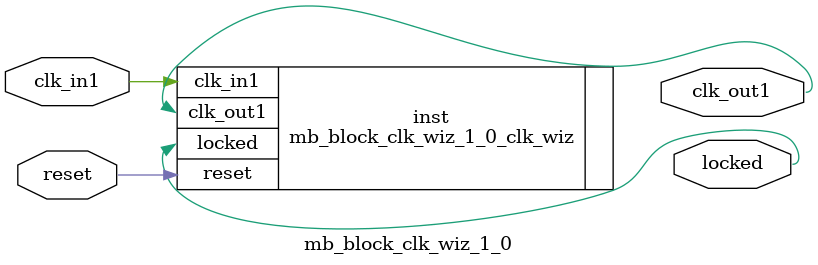
<source format=v>


`timescale 1ps/1ps

(* CORE_GENERATION_INFO = "mb_block_clk_wiz_1_0,clk_wiz_v6_0_16_0_0,{component_name=mb_block_clk_wiz_1_0,use_phase_alignment=true,use_min_o_jitter=false,use_max_i_jitter=false,use_dyn_phase_shift=false,use_inclk_switchover=false,use_dyn_reconfig=false,enable_axi=0,feedback_source=FDBK_AUTO,PRIMITIVE=MMCM,num_out_clk=1,clkin1_period=10.000,clkin2_period=10.000,use_power_down=false,use_reset=true,use_locked=true,use_inclk_stopped=false,feedback_type=SINGLE,CLOCK_MGR_TYPE=NA,manual_override=false}" *)

module mb_block_clk_wiz_1_0 
 (
  // Clock out ports
  output        clk_out1,
  // Status and control signals
  input         reset,
  output        locked,
 // Clock in ports
  input         clk_in1
 );

  mb_block_clk_wiz_1_0_clk_wiz inst
  (
  // Clock out ports  
  .clk_out1(clk_out1),
  // Status and control signals               
  .reset(reset), 
  .locked(locked),
 // Clock in ports
  .clk_in1(clk_in1)
  );

endmodule

</source>
